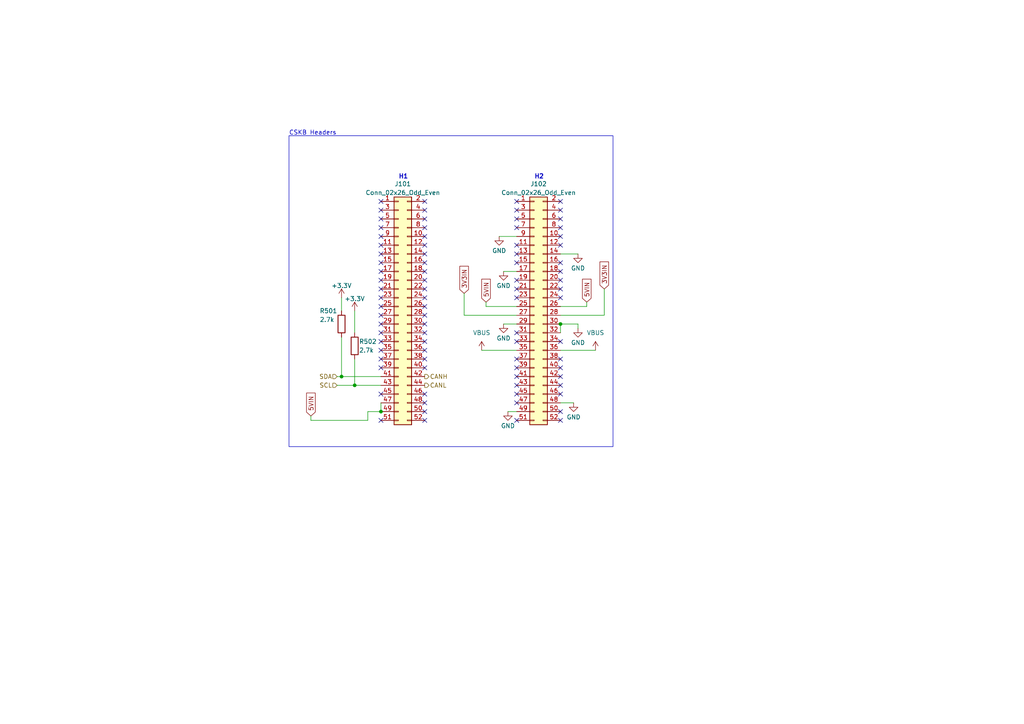
<source format=kicad_sch>
(kicad_sch (version 20230121) (generator eeschema)
  (paper "A4")
  (title_block (title "Avionics Flight Computer") (date "2023-09-04") (rev "1.0") (company "By: Dylan Haussecker"))
  (lib_symbols
    (symbol "Connector_Generic:Conn_02x26_Odd_Even" (pin_names (offset 1.016) hide)
      (property "Reference" "J" (at 1.27 33.02 0))
      (property "Value" "Conn_02x26_Odd_Even" (at 1.27 -35.56 0))
      (symbol "Conn_02x26_Odd_Even_1_1"
        (rectangle (start -1.27 -32.893) (end 0 -33.147) (stroke (width 0.1524)))
        (rectangle (start -1.27 -30.353) (end 0 -30.607) (stroke (width 0.1524)))
        (rectangle (start -1.27 -27.813) (end 0 -28.067) (stroke (width 0.1524)))
        (rectangle (start -1.27 -25.273) (end 0 -25.527) (stroke (width 0.1524)))
        (rectangle (start -1.27 -22.733) (end 0 -22.987) (stroke (width 0.1524)))
        (rectangle (start -1.27 -20.193) (end 0 -20.447) (stroke (width 0.1524)))
        (rectangle (start -1.27 -17.653) (end 0 -17.907) (stroke (width 0.1524)))
        (rectangle (start -1.27 -15.113) (end 0 -15.367) (stroke (width 0.1524)))
        (rectangle (start -1.27 -12.573) (end 0 -12.827) (stroke (width 0.1524)))
        (rectangle (start -1.27 -10.033) (end 0 -10.287) (stroke (width 0.1524)))
        (rectangle (start -1.27 -7.493) (end 0 -7.747) (stroke (width 0.1524)))
        (rectangle (start -1.27 -4.953) (end 0 -5.207) (stroke (width 0.1524)))
        (rectangle (start -1.27 -2.413) (end 0 -2.667) (stroke (width 0.1524)))
        (rectangle (start -1.27 0.127) (end 0 -0.127) (stroke (width 0.1524)))
        (rectangle (start -1.27 2.667) (end 0 2.413) (stroke (width 0.1524)))
        (rectangle (start -1.27 5.207) (end 0 4.953) (stroke (width 0.1524)))
        (rectangle (start -1.27 7.747) (end 0 7.493) (stroke (width 0.1524)))
        (rectangle (start -1.27 10.287) (end 0 10.033) (stroke (width 0.1524)))
        (rectangle (start -1.27 12.827) (end 0 12.573) (stroke (width 0.1524)))
        (rectangle (start -1.27 15.367) (end 0 15.113) (stroke (width 0.1524)))
        (rectangle (start -1.27 17.907) (end 0 17.653) (stroke (width 0.1524)))
        (rectangle (start -1.27 20.447) (end 0 20.193) (stroke (width 0.1524)))
        (rectangle (start -1.27 22.987) (end 0 22.733) (stroke (width 0.1524)))
        (rectangle (start -1.27 25.527) (end 0 25.273) (stroke (width 0.1524)))
        (rectangle (start -1.27 28.067) (end 0 27.813) (stroke (width 0.1524)))
        (rectangle (start -1.27 30.607) (end 0 30.353) (stroke (width 0.1524)))
        (rectangle (start -1.27 31.75) (end 3.81 -34.29) (stroke (width 0.254)) (fill (type background)))
        (rectangle (start 3.81 -32.893) (end 2.54 -33.147) (stroke (width 0.1524)))
        (rectangle (start 3.81 -30.353) (end 2.54 -30.607) (stroke (width 0.1524)))
        (rectangle (start 3.81 -27.813) (end 2.54 -28.067) (stroke (width 0.1524)))
        (rectangle (start 3.81 -25.273) (end 2.54 -25.527) (stroke (width 0.1524)))
        (rectangle (start 3.81 -22.733) (end 2.54 -22.987) (stroke (width 0.1524)))
        (rectangle (start 3.81 -20.193) (end 2.54 -20.447) (stroke (width 0.1524)))
        (rectangle (start 3.81 -17.653) (end 2.54 -17.907) (stroke (width 0.1524)))
        (rectangle (start 3.81 -15.113) (end 2.54 -15.367) (stroke (width 0.1524)))
        (rectangle (start 3.81 -12.573) (end 2.54 -12.827) (stroke (width 0.1524)))
        (rectangle (start 3.81 -10.033) (end 2.54 -10.287) (stroke (width 0.1524)))
        (rectangle (start 3.81 -7.493) (end 2.54 -7.747) (stroke (width 0.1524)))
        (rectangle (start 3.81 -4.953) (end 2.54 -5.207) (stroke (width 0.1524)))
        (rectangle (start 3.81 -2.413) (end 2.54 -2.667) (stroke (width 0.1524)))
        (rectangle (start 3.81 0.127) (end 2.54 -0.127) (stroke (width 0.1524)))
        (rectangle (start 3.81 2.667) (end 2.54 2.413) (stroke (width 0.1524)))
        (rectangle (start 3.81 5.207) (end 2.54 4.953) (stroke (width 0.1524)))
        (rectangle (start 3.81 7.747) (end 2.54 7.493) (stroke (width 0.1524)))
        (rectangle (start 3.81 10.287) (end 2.54 10.033) (stroke (width 0.1524)))
        (rectangle (start 3.81 12.827) (end 2.54 12.573) (stroke (width 0.1524)))
        (rectangle (start 3.81 15.367) (end 2.54 15.113) (stroke (width 0.1524)))
        (rectangle (start 3.81 17.907) (end 2.54 17.653) (stroke (width 0.1524)))
        (rectangle (start 3.81 20.447) (end 2.54 20.193) (stroke (width 0.1524)))
        (rectangle (start 3.81 22.987) (end 2.54 22.733) (stroke (width 0.1524)))
        (rectangle (start 3.81 25.527) (end 2.54 25.273) (stroke (width 0.1524)))
        (rectangle (start 3.81 28.067) (end 2.54 27.813) (stroke (width 0.1524)))
        (rectangle (start 3.81 30.607) (end 2.54 30.353) (stroke (width 0.1524)))
        (pin passive line (at -5.08 30.48 0) (length 3.81) (name "Pin_1") (number "1"))
        (pin passive line (at 7.62 20.32 180) (length 3.81) (name "Pin_10") (number "10"))
        (pin passive line (at -5.08 17.78 0) (length 3.81) (name "Pin_11") (number "11"))
        (pin passive line (at 7.62 17.78 180) (length 3.81) (name "Pin_12") (number "12"))
        (pin passive line (at -5.08 15.24 0) (length 3.81) (name "Pin_13") (number "13"))
        (pin passive line (at 7.62 15.24 180) (length 3.81) (name "Pin_14") (number "14"))
        (pin passive line (at -5.08 12.7 0) (length 3.81) (name "Pin_15") (number "15"))
        (pin passive line (at 7.62 12.7 180) (length 3.81) (name "Pin_16") (number "16"))
        (pin passive line (at -5.08 10.16 0) (length 3.81) (name "Pin_17") (number "17"))
        (pin passive line (at 7.62 10.16 180) (length 3.81) (name "Pin_18") (number "18"))
        (pin passive line (at -5.08 7.62 0) (length 3.81) (name "Pin_19") (number "19"))
        (pin passive line (at 7.62 30.48 180) (length 3.81) (name "Pin_2") (number "2"))
        (pin passive line (at 7.62 7.62 180) (length 3.81) (name "Pin_20") (number "20"))
        (pin passive line (at -5.08 5.08 0) (length 3.81) (name "Pin_21") (number "21"))
        (pin passive line (at 7.62 5.08 180) (length 3.81) (name "Pin_22") (number "22"))
        (pin passive line (at -5.08 2.54 0) (length 3.81) (name "Pin_23") (number "23"))
        (pin passive line (at 7.62 2.54 180) (length 3.81) (name "Pin_24") (number "24"))
        (pin passive line (at -5.08 0 0) (length 3.81) (name "Pin_25") (number "25"))
        (pin passive line (at 7.62 0 180) (length 3.81) (name "Pin_26") (number "26"))
        (pin passive line (at -5.08 -2.54 0) (length 3.81) (name "Pin_27") (number "27"))
        (pin passive line (at 7.62 -2.54 180) (length 3.81) (name "Pin_28") (number "28"))
        (pin passive line (at -5.08 -5.08 0) (length 3.81) (name "Pin_29") (number "29"))
        (pin passive line (at -5.08 27.94 0) (length 3.81) (name "Pin_3") (number "3"))
        (pin passive line (at 7.62 -5.08 180) (length 3.81) (name "Pin_30") (number "30"))
        (pin passive line (at -5.08 -7.62 0) (length 3.81) (name "Pin_31") (number "31"))
        (pin passive line (at 7.62 -7.62 180) (length 3.81) (name "Pin_32") (number "32"))
        (pin passive line (at -5.08 -10.16 0) (length 3.81) (name "Pin_33") (number "33"))
        (pin passive line (at 7.62 -10.16 180) (length 3.81) (name "Pin_34") (number "34"))
        (pin passive line (at -5.08 -12.7 0) (length 3.81) (name "Pin_35") (number "35"))
        (pin passive line (at 7.62 -12.7 180) (length 3.81) (name "Pin_36") (number "36"))
        (pin passive line (at -5.08 -15.24 0) (length 3.81) (name "Pin_37") (number "37"))
        (pin passive line (at 7.62 -15.24 180) (length 3.81) (name "Pin_38") (number "38"))
        (pin passive line (at -5.08 -17.78 0) (length 3.81) (name "Pin_39") (number "39"))
        (pin passive line (at 7.62 27.94 180) (length 3.81) (name "Pin_4") (number "4"))
        (pin passive line (at 7.62 -17.78 180) (length 3.81) (name "Pin_40") (number "40"))
        (pin passive line (at -5.08 -20.32 0) (length 3.81) (name "Pin_41") (number "41"))
        (pin passive line (at 7.62 -20.32 180) (length 3.81) (name "Pin_42") (number "42"))
        (pin passive line (at -5.08 -22.86 0) (length 3.81) (name "Pin_43") (number "43"))
        (pin passive line (at 7.62 -22.86 180) (length 3.81) (name "Pin_44") (number "44"))
        (pin passive line (at -5.08 -25.4 0) (length 3.81) (name "Pin_45") (number "45"))
        (pin passive line (at 7.62 -25.4 180) (length 3.81) (name "Pin_46") (number "46"))
        (pin passive line (at -5.08 -27.94 0) (length 3.81) (name "Pin_47") (number "47"))
        (pin passive line (at 7.62 -27.94 180) (length 3.81) (name "Pin_48") (number "48"))
        (pin passive line (at -5.08 -30.48 0) (length 3.81) (name "Pin_49") (number "49"))
        (pin passive line (at -5.08 25.4 0) (length 3.81) (name "Pin_5") (number "5"))
        (pin passive line (at 7.62 -30.48 180) (length 3.81) (name "Pin_50") (number "50"))
        (pin passive line (at -5.08 -33.02 0) (length 3.81) (name "Pin_51") (number "51"))
        (pin passive line (at 7.62 -33.02 180) (length 3.81) (name "Pin_52") (number "52"))
        (pin passive line (at 7.62 25.4 180) (length 3.81) (name "Pin_6") (number "6"))
        (pin passive line (at -5.08 22.86 0) (length 3.81) (name "Pin_7") (number "7"))
        (pin passive line (at 7.62 22.86 180) (length 3.81) (name "Pin_8") (number "8"))
        (pin passive line (at -5.08 20.32 0) (length 3.81) (name "Pin_9") (number "9"))
      )
    )
    (symbol "Device:R" (pin_numbers hide) (pin_names (offset 0))
      (property "Reference" "R" (at 2.032 0 90))
      (property "Value" "R" (at 0 0 90))
      (symbol "R_0_1"
        (rectangle (start -1.016 -2.54) (end 1.016 2.54) (stroke (width 0.254)))
      )
      (symbol "R_1_1"
        (pin passive line (at 0 3.81 270) (length 1.27) (name "~") (number "1"))
        (pin passive line (at 0 -3.81 90) (length 1.27) (name "~") (number "2"))
      )
    )
    (symbol "power:+3.3V" (power) (pin_names (offset 0))
      (property "Value" "+3.3V" (at 0 3.556 0))
      (symbol "+3.3V_0_1"
        (polyline (pts (xy -0.762 1.27) (xy 0 2.54)))
        (polyline (pts (xy 0 0) (xy 0 2.54)))
        (polyline (pts (xy 0 2.54) (xy 0.762 1.27)))
      )
      (symbol "+3.3V_1_1"
        (pin power_in line (at 0 0 90) (length 0) hide (name "+3.3V") (number "1"))
      )
    )
    (symbol "power:GND" (power) (pin_names (offset 0))
      (property "Value" "GND" (at 0 -3.81 0))
      (symbol "GND_0_1"
        (polyline (pts (xy 0 0) (xy 0 -1.27) (xy 1.27 -1.27) (xy 0 -2.54) (xy -1.27 -1.27) (xy 0 -1.27)))
      )
      (symbol "GND_1_1"
        (pin power_in line (at 0 0 270) (length 0) hide (name "GND") (number "1"))
      )
    )
    (symbol "power:VBUS" (power) (pin_names (offset 0))
      (property "Value" "VBUS" (at 0 3.81 0))
      (symbol "VBUS_0_1"
        (polyline (pts (xy -0.762 1.27) (xy 0 2.54)))
        (polyline (pts (xy 0 0) (xy 0 2.54)))
        (polyline (pts (xy 0 2.54) (xy 0.762 1.27)))
      )
      (symbol "VBUS_1_1"
        (pin power_in line (at 0 0 90) (length 0) hide (name "VBUS") (number "1"))
      )
    )
  )
  (junction (at 102.87 111.76))
  (junction (at 110.49 119.38))
  (junction (at 99.06 109.22))
  (junction (at 162.56 93.98))
  (no_connect (at 110.49 114.3))
  (no_connect (at 162.56 68.58))
  (no_connect (at 149.86 60.96))
  (no_connect (at 123.19 76.2))
  (no_connect (at 110.49 76.2))
  (no_connect (at 162.56 78.74))
  (no_connect (at 162.56 66.04))
  (no_connect (at 110.49 58.42))
  (no_connect (at 149.86 73.66))
  (no_connect (at 149.86 96.52))
  (no_connect (at 162.56 86.36))
  (no_connect (at 123.19 116.84))
  (no_connect (at 110.49 73.66))
  (no_connect (at 123.19 83.82))
  (no_connect (at 162.56 76.2))
  (no_connect (at 110.49 78.74))
  (no_connect (at 149.86 76.2))
  (no_connect (at 162.56 111.76))
  (no_connect (at 149.86 111.76))
  (no_connect (at 123.19 78.74))
  (no_connect (at 110.49 101.6))
  (no_connect (at 123.19 68.58))
  (no_connect (at 162.56 63.5))
  (no_connect (at 123.19 96.52))
  (no_connect (at 110.49 99.06))
  (no_connect (at 110.49 104.14))
  (no_connect (at 123.19 63.5))
  (no_connect (at 110.49 106.68))
  (no_connect (at 162.56 58.42))
  (no_connect (at 123.19 86.36))
  (no_connect (at 123.19 119.38))
  (no_connect (at 149.86 81.28))
  (no_connect (at 123.19 101.6))
  (no_connect (at 162.56 109.22))
  (no_connect (at 149.86 114.3))
  (no_connect (at 162.56 99.06))
  (no_connect (at 149.86 109.22))
  (no_connect (at 149.86 116.84))
  (no_connect (at 162.56 71.12))
  (no_connect (at 149.86 121.92))
  (no_connect (at 110.49 71.12))
  (no_connect (at 110.49 121.92))
  (no_connect (at 110.49 86.36))
  (no_connect (at 149.86 71.12))
  (no_connect (at 123.19 91.44))
  (no_connect (at 110.49 60.96))
  (no_connect (at 110.49 68.58))
  (no_connect (at 110.49 96.52))
  (no_connect (at 110.49 88.9))
  (no_connect (at 162.56 83.82))
  (no_connect (at 162.56 81.28))
  (no_connect (at 110.49 93.98))
  (no_connect (at 123.19 81.28))
  (no_connect (at 123.19 58.42))
  (no_connect (at 149.86 99.06))
  (no_connect (at 149.86 63.5))
  (no_connect (at 110.49 81.28))
  (no_connect (at 162.56 119.38))
  (no_connect (at 162.56 121.92))
  (no_connect (at 123.19 106.68))
  (no_connect (at 123.19 99.06))
  (no_connect (at 110.49 63.5))
  (no_connect (at 149.86 58.42))
  (no_connect (at 162.56 106.68))
  (no_connect (at 149.86 66.04))
  (no_connect (at 162.56 60.96))
  (no_connect (at 110.49 66.04))
  (no_connect (at 123.19 88.9))
  (no_connect (at 110.49 91.44))
  (no_connect (at 149.86 83.82))
  (no_connect (at 149.86 104.14))
  (no_connect (at 123.19 60.96))
  (no_connect (at 123.19 71.12))
  (no_connect (at 123.19 73.66))
  (no_connect (at 123.19 121.92))
  (no_connect (at 162.56 104.14))
  (no_connect (at 123.19 93.98))
  (no_connect (at 149.86 86.36))
  (no_connect (at 123.19 114.3))
  (no_connect (at 123.19 66.04))
  (no_connect (at 123.19 104.14))
  (no_connect (at 162.56 114.3))
  (no_connect (at 110.49 83.82))
  (no_connect (at 149.86 106.68))
  (wire (pts (xy 90.17 121.92) (xy 106.68 121.92)))
  (wire (pts (xy 162.56 73.66) (xy 167.64 73.66)))
  (wire (pts (xy 146.05 78.74) (xy 149.86 78.74)))
  (wire (pts (xy 162.56 88.9) (xy 170.18 88.9)))
  (wire (pts (xy 162.56 101.6) (xy 172.72 101.6)))
  (wire (pts (xy 99.06 109.22) (xy 110.49 109.22)))
  (wire (pts (xy 162.56 91.44) (xy 175.26 91.44)))
  (wire (pts (xy 106.68 121.92) (xy 106.68 119.38)))
  (wire (pts (xy 147.32 119.38) (xy 149.86 119.38)))
  (wire (pts (xy 90.17 121.92) (xy 90.17 120.65)))
  (wire (pts (xy 102.87 104.14) (xy 102.87 111.76)))
  (wire (pts (xy 167.64 93.98) (xy 167.64 95.25)))
  (wire (pts (xy 162.56 93.98) (xy 167.64 93.98)))
  (wire (pts (xy 146.05 93.98) (xy 149.86 93.98)))
  (wire (pts (xy 97.79 109.22) (xy 99.06 109.22)))
  (wire (pts (xy 149.86 88.9) (xy 140.97 88.9)))
  (wire (pts (xy 102.87 90.17) (xy 102.87 96.52)))
  (wire (pts (xy 106.68 119.38) (xy 110.49 119.38)))
  (wire (pts (xy 144.78 68.58) (xy 149.86 68.58)))
  (wire (pts (xy 162.56 93.98) (xy 162.56 96.52)))
  (wire (pts (xy 102.87 111.76) (xy 110.49 111.76)))
  (wire (pts (xy 139.7 101.6) (xy 149.86 101.6)))
  (wire (pts (xy 99.06 86.36) (xy 99.06 90.17)))
  (wire (pts (xy 97.79 111.76) (xy 102.87 111.76)))
  (wire (pts (xy 110.49 116.84) (xy 110.49 119.38)))
  (wire (pts (xy 149.86 91.44) (xy 134.62 91.44)))
  (wire (pts (xy 162.56 116.84) (xy 166.37 116.84)))
  (wire (pts (xy 140.97 88.9) (xy 140.97 87.63)))
  (wire (pts (xy 175.26 91.44) (xy 175.26 83.82)))
  (wire (pts (xy 99.06 97.79) (xy 99.06 109.22)))
  (wire (pts (xy 134.62 91.44) (xy 134.62 85.09)))
  (wire (pts (xy 170.18 88.9) (xy 170.18 87.63)))
  (rectangle (start 83.82 39.37) (end 177.8 129.54))
  (text "CSKB Headers\n" (at 83.82 39.37 0) (effects (font (size 1.27 1.27)) (justify left bottom)))
  (text "H2\n" (at 154.94 52.07 0) (effects (font (size 1.27 1.27) bold) (justify left bottom)))
  (text "H1" (at 115.57 52.07 0) (effects (font (size 1.27 1.27) bold) (justify left bottom)))
  (global_label "5VIN" (shape input) (at 90.17 120.65 90) (property "Intersheetrefs" "${INTERSHEET_REFS}" (effects hide)))
  (global_label "5VIN" (shape input) (at 140.97 87.63 90) (property "Intersheetrefs" "${INTERSHEET_REFS}" (effects hide)))
  (global_label "3V3IN" (shape input) (at 175.26 83.82 90) (property "Intersheetrefs" "${INTERSHEET_REFS}" (effects hide)))
  (global_label "5VIN" (shape input) (at 170.18 87.63 90) (property "Intersheetrefs" "${INTERSHEET_REFS}" (effects hide)))
  (global_label "3V3IN" (shape input) (at 134.62 85.09 90) (property "Intersheetrefs" "${INTERSHEET_REFS}" (effects hide)))
  (hierarchical_label "CANL" (shape output) (at 123.19 111.76 0))
  (hierarchical_label "CANH" (shape output) (at 123.19 109.22 0))
  (hierarchical_label "SCL" (shape input) (at 97.79 111.76 180))
  (hierarchical_label "SDA" (shape input) (at 97.79 109.22 180))
  (symbol (lib_id "power:+3.3V") (at 102.87 90.17 0) (unit 1)
    (property "Reference" "#PWR0114" (effects hide))
    (property "Value" "+3.3V" (at 102.87 86.6681 0))
    (instances (project "payload" (path "" (reference "#PWR0114") (unit 1)) (path "" (reference "#PWR0506") (unit 1))) (project "Flight_Computer_V2" (path "" (reference "#PWR065") (unit 1))) (project "electrical-power-system" (path "" (reference "#PWR0119") (unit 1))))
  )
  (symbol (lib_id "power:+3.3V") (at 99.06 86.36 0) (unit 1)
    (property "Reference" "#PWR0113" (effects hide))
    (property "Value" "+3.3V" (at 99.06 82.8581 0))
    (instances (project "payload" (path "" (reference "#PWR0113") (unit 1)) (path "" (reference "#PWR0505") (unit 1))) (project "Flight_Computer_V2" (path "" (reference "#PWR064") (unit 1))) (project "electrical-power-system" (path "" (reference "#PWR0119") (unit 1))))
  )
  (symbol (lib_id "Device:R") (at 99.06 93.98 0) (unit 1)
    (property "Reference" "R501" (at 92.71 90.17 0) (effects (justify left)))
    (property "Value" "2.7k" (at 92.71 92.71 0) (effects (justify left)))
    (property "Footprint" "Resistor_SMD:R_0603_1608Metric" (effects hide))
    (instances (project "payload" (path "" (reference "R501") (unit 1)) (path "" (reference "R101") (unit 1))) (project "Flight_Computer_V2" (path "" (reference "R24") (unit 1))) (project "electrical-power-system" (path "" (reference "R401") (unit 1))))
  )
  (symbol (lib_id "Connector_Generic:Conn_02x26_Odd_Even") (at 115.57 88.9 0) (unit 1)
    (property "Reference" "J101" (at 116.84 53.34 0))
    (property "Value" "Conn_02x26_Odd_Even" (at 116.84 55.88 0))
    (property "Footprint" "Connector_PinSocket_2.54mm:PinSocket_2x26_P2.54mm_Vertical" (effects hide))
    (instances (project "payload" (path "" (reference "J101") (unit 1))) (project "Flight_Computer_V2" (path "" (reference "J2") (unit 1))) (project "electrical-power-system" (path "" (reference "J107") (unit 1))) (project "PDB" (path "" (reference "J3") (unit 1))))
  )
  (symbol (lib_id "power:GND") (at 167.64 95.25 0) (unit 1)
    (property "Reference" "#PWR0110" (effects hide))
    (property "Value" "GND" (at 167.64 99.3855 0))
    (instances (project "payload" (path "" (reference "#PWR0110") (unit 1))) (project "Flight_Computer_V2" (path "" (reference "#PWR074") (unit 1))) (project "electrical-power-system" (path "" (reference "#PWR0113") (unit 1))))
  )
  (symbol (lib_id "power:VBUS") (at 139.7 101.6 0) (unit 1)
    (property "Reference" "#PWR018" (effects hide))
    (property "Value" "VBUS" (at 139.7 96.52 0))
    (instances (project "Flight_Computer_V2" (path "" (reference "#PWR018") (unit 1)) (path "" (reference "#PWR077") (unit 1))) (project "STM32F405RGT6" (path "" (reference "#PWR018") (unit 1))) (project "avionics_flight_computer" (path "" (reference "#PWR018") (unit 1))))
  )
  (symbol (lib_id "Device:R") (at 102.87 100.33 0) (unit 1)
    (property "Reference" "R502" (at 104.14 99.06 0) (effects (justify left)))
    (property "Value" "2.7k" (at 104.14 101.6 0) (effects (justify left)))
    (property "Footprint" "Resistor_SMD:R_0603_1608Metric" (effects hide))
    (instances (project "payload" (path "" (reference "R502") (unit 1)) (path "" (reference "R102") (unit 1))) (project "Flight_Computer_V2" (path "" (reference "R25") (unit 1))) (project "electrical-power-system" (path "" (reference "R402") (unit 1))))
  )
  (symbol (lib_id "power:GND") (at 147.32 119.38 0) (unit 1)
    (property "Reference" "#PWR0107" (effects hide))
    (property "Value" "GND" (at 147.32 123.5155 0))
    (instances (project "payload" (path "" (reference "#PWR0107") (unit 1))) (project "Flight_Computer_V2" (path "" (reference "#PWR071") (unit 1))) (project "electrical-power-system" (path "" (reference "#PWR0116") (unit 1))))
  )
  (symbol (lib_id "power:GND") (at 167.64 73.66 0) (unit 1)
    (property "Reference" "#PWR0109" (effects hide))
    (property "Value" "GND" (at 167.64 77.7955 0))
    (instances (project "payload" (path "" (reference "#PWR0109") (unit 1))) (project "Flight_Computer_V2" (path "" (reference "#PWR073") (unit 1))) (project "electrical-power-system" (path "" (reference "#PWR0112") (unit 1))))
  )
  (symbol (lib_id "power:GND") (at 146.05 93.98 0) (unit 1)
    (property "Reference" "#PWR0106" (effects hide))
    (property "Value" "GND" (at 146.05 98.1155 0))
    (instances (project "payload" (path "" (reference "#PWR0106") (unit 1))) (project "Flight_Computer_V2" (path "" (reference "#PWR070") (unit 1))) (project "electrical-power-system" (path "" (reference "#PWR0114") (unit 1))))
  )
  (symbol (lib_id "power:GND") (at 146.05 78.74 0) (unit 1)
    (property "Reference" "#PWR0105" (effects hide))
    (property "Value" "GND" (at 146.05 82.8755 0))
    (instances (project "payload" (path "" (reference "#PWR0105") (unit 1))) (project "Flight_Computer_V2" (path "" (reference "#PWR069") (unit 1))) (project "electrical-power-system" (path "" (reference "#PWR0111") (unit 1))))
  )
  (symbol (lib_id "Connector_Generic:Conn_02x26_Odd_Even") (at 154.94 88.9 0) (unit 1)
    (property "Reference" "J102" (at 156.21 53.34 0))
    (property "Value" "Conn_02x26_Odd_Even" (at 156.21 55.88 0))
    (property "Footprint" "Connector_PinSocket_2.54mm:PinSocket_2x26_P2.54mm_Vertical" (effects hide))
    (instances (project "payload" (path "" (reference "J102") (unit 1))) (project "Flight_Computer_V2" (path "" (reference "J4") (unit 1))) (project "electrical-power-system" (path "" (reference "J108") (unit 1))) (project "PDB" (path "" (reference "J4") (unit 1))))
  )
  (symbol (lib_id "power:VBUS") (at 172.72 101.6 0) (unit 1)
    (property "Reference" "#PWR018" (effects hide))
    (property "Value" "VBUS" (at 172.72 96.52 0))
    (instances (project "Flight_Computer_V2" (path "" (reference "#PWR018") (unit 1)) (path "" (reference "#PWR078") (unit 1))) (project "STM32F405RGT6" (path "" (reference "#PWR018") (unit 1))) (project "avionics_flight_computer" (path "" (reference "#PWR018") (unit 1))))
  )
  (symbol (lib_id "power:GND") (at 144.78 68.58 0) (unit 1)
    (property "Reference" "#PWR0104" (effects hide))
    (property "Value" "GND" (at 144.78 72.7155 0))
    (instances (project "payload" (path "" (reference "#PWR0104") (unit 1))) (project "Flight_Computer_V2" (path "" (reference "#PWR068") (unit 1))) (project "electrical-power-system" (path "" (reference "#PWR0110") (unit 1))))
  )
  (symbol (lib_id "power:GND") (at 166.37 116.84 0) (unit 1)
    (property "Reference" "#PWR0108" (effects hide))
    (property "Value" "GND" (at 166.37 120.9755 0))
    (instances (project "payload" (path "" (reference "#PWR0108") (unit 1))) (project "Flight_Computer_V2" (path "" (reference "#PWR072") (unit 1))) (project "electrical-power-system" (path "" (reference "#PWR0115") (unit 1))))
  )
)
</source>
